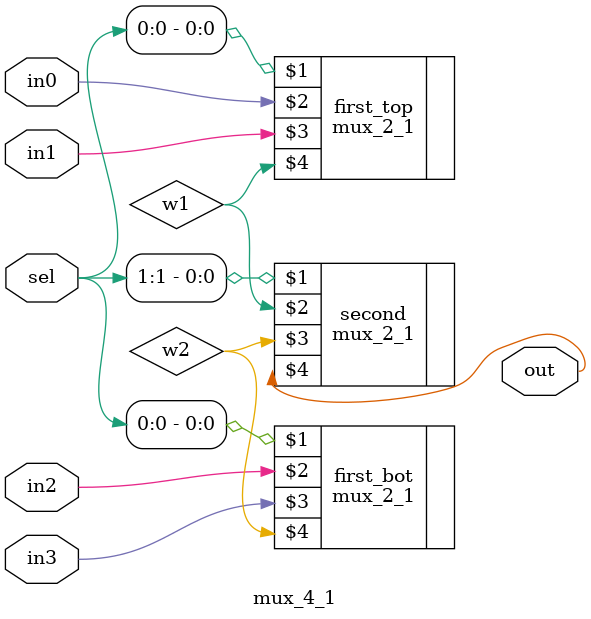
<source format=v>
module mux_4_1(sel, in0, in1, in2, in3, out);
	input [1:0] sel;
	input in0, in1, in2, in3;
	output out;
	wire w1, w2;
	mux_2_1 first_top(sel[0], in0, in1, w1);
	mux_2_1 first_bot(sel[0], in2, in3, w2);
	mux_2_1 second(sel[1], w1, w2, out);
endmodule

</source>
